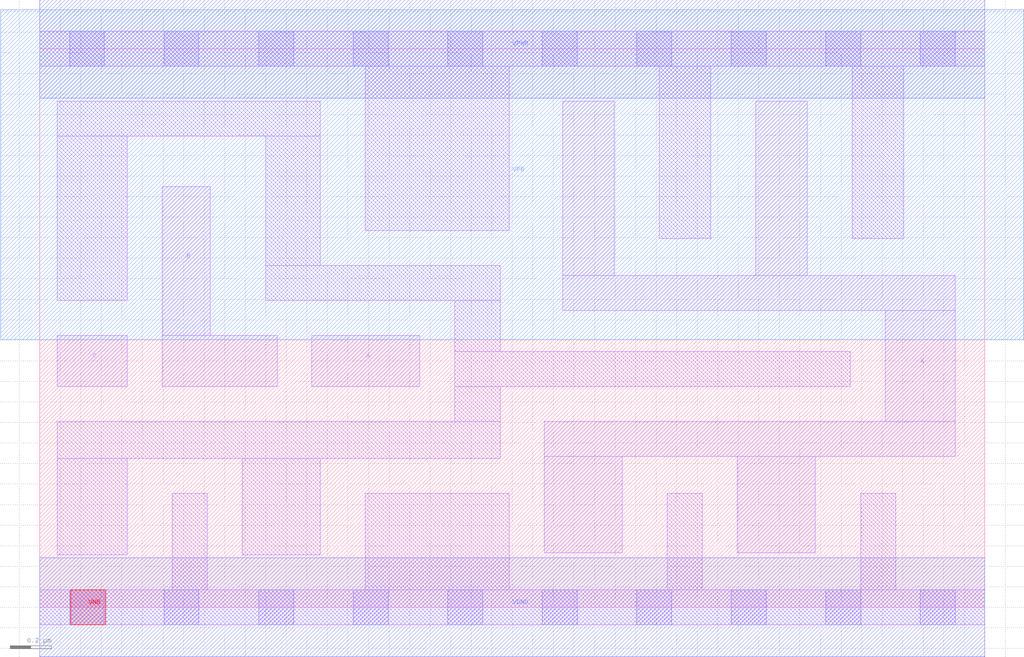
<source format=lef>
# Copyright 2020 The SkyWater PDK Authors
#
# Licensed under the Apache License, Version 2.0 (the "License");
# you may not use this file except in compliance with the License.
# You may obtain a copy of the License at
#
#     https://www.apache.org/licenses/LICENSE-2.0
#
# Unless required by applicable law or agreed to in writing, software
# distributed under the License is distributed on an "AS IS" BASIS,
# WITHOUT WARRANTIES OR CONDITIONS OF ANY KIND, either express or implied.
# See the License for the specific language governing permissions and
# limitations under the License.
#
# SPDX-License-Identifier: Apache-2.0

VERSION 5.7 ;
  NOWIREEXTENSIONATPIN ON ;
  DIVIDERCHAR "/" ;
  BUSBITCHARS "[]" ;
PROPERTYDEFINITIONS
  MACRO maskLayoutSubType STRING ;
  MACRO prCellType STRING ;
  MACRO originalViewName STRING ;
END PROPERTYDEFINITIONS
MACRO sky130_fd_sc_hdll__or3_4
  CLASS CORE ;
  FOREIGN sky130_fd_sc_hdll__or3_4 ;
  ORIGIN  0.000000  0.000000 ;
  SIZE  4.600000 BY  2.720000 ;
  SYMMETRY X Y R90 ;
  SITE unithd ;
  PIN A
    ANTENNAGATEAREA  0.277500 ;
    DIRECTION INPUT ;
    USE SIGNAL ;
    PORT
      LAYER li1 ;
        RECT 1.325000 1.075000 1.850000 1.325000 ;
    END
  END A
  PIN B
    ANTENNAGATEAREA  0.277500 ;
    DIRECTION INPUT ;
    USE SIGNAL ;
    PORT
      LAYER li1 ;
        RECT 0.595000 1.075000 1.155000 1.325000 ;
        RECT 0.595000 1.325000 0.830000 2.050000 ;
    END
  END B
  PIN C
    ANTENNAGATEAREA  0.277500 ;
    DIRECTION INPUT ;
    USE SIGNAL ;
    PORT
      LAYER li1 ;
        RECT 0.085000 1.075000 0.425000 1.325000 ;
    END
  END C
  PIN VGND
    ANTENNADIFFAREA  1.205750 ;
    DIRECTION INOUT ;
    USE SIGNAL ;
    PORT
      LAYER met1 ;
        RECT 0.000000 -0.240000 4.600000 0.240000 ;
    END
  END VGND
  PIN VNB
    PORT
      LAYER pwell ;
        RECT 0.150000 -0.085000 0.320000 0.085000 ;
    END
  END VNB
  PIN VPB
    PORT
      LAYER nwell ;
        RECT -0.190000 1.305000 4.790000 2.910000 ;
    END
  END VPB
  PIN VPWR
    ANTENNADIFFAREA  1.480000 ;
    DIRECTION INOUT ;
    USE SIGNAL ;
    PORT
      LAYER met1 ;
        RECT 0.000000 2.480000 4.600000 2.960000 ;
    END
  END VPWR
  PIN X
    ANTENNADIFFAREA  0.996000 ;
    DIRECTION OUTPUT ;
    USE SIGNAL ;
    PORT
      LAYER li1 ;
        RECT 2.455000 0.265000 2.835000 0.735000 ;
        RECT 2.455000 0.735000 4.455000 0.905000 ;
        RECT 2.545000 1.445000 4.455000 1.615000 ;
        RECT 2.545000 1.615000 2.795000 2.465000 ;
        RECT 3.395000 0.265000 3.775000 0.735000 ;
        RECT 3.485000 1.615000 3.735000 2.465000 ;
        RECT 4.115000 0.905000 4.455000 1.445000 ;
    END
  END X
  OBS
    LAYER li1 ;
      RECT 0.000000 -0.085000 4.600000 0.085000 ;
      RECT 0.000000  2.635000 4.600000 2.805000 ;
      RECT 0.085000  0.255000 0.425000 0.725000 ;
      RECT 0.085000  0.725000 2.240000 0.905000 ;
      RECT 0.085000  1.495000 0.425000 2.295000 ;
      RECT 0.085000  2.295000 1.365000 2.465000 ;
      RECT 0.645000  0.085000 0.815000 0.555000 ;
      RECT 0.985000  0.255000 1.365000 0.725000 ;
      RECT 1.100000  1.495000 2.240000 1.665000 ;
      RECT 1.100000  1.665000 1.365000 2.295000 ;
      RECT 1.585000  0.085000 2.285000 0.555000 ;
      RECT 1.585000  1.835000 2.285000 2.635000 ;
      RECT 2.020000  0.905000 2.240000 1.075000 ;
      RECT 2.020000  1.075000 3.945000 1.245000 ;
      RECT 2.020000  1.245000 2.240000 1.495000 ;
      RECT 3.015000  1.795000 3.265000 2.635000 ;
      RECT 3.055000  0.085000 3.225000 0.555000 ;
      RECT 3.955000  1.795000 4.205000 2.635000 ;
      RECT 3.995000  0.085000 4.165000 0.555000 ;
    LAYER mcon ;
      RECT 0.145000 -0.085000 0.315000 0.085000 ;
      RECT 0.145000  2.635000 0.315000 2.805000 ;
      RECT 0.605000 -0.085000 0.775000 0.085000 ;
      RECT 0.605000  2.635000 0.775000 2.805000 ;
      RECT 1.065000 -0.085000 1.235000 0.085000 ;
      RECT 1.065000  2.635000 1.235000 2.805000 ;
      RECT 1.525000 -0.085000 1.695000 0.085000 ;
      RECT 1.525000  2.635000 1.695000 2.805000 ;
      RECT 1.985000 -0.085000 2.155000 0.085000 ;
      RECT 1.985000  2.635000 2.155000 2.805000 ;
      RECT 2.445000 -0.085000 2.615000 0.085000 ;
      RECT 2.445000  2.635000 2.615000 2.805000 ;
      RECT 2.905000 -0.085000 3.075000 0.085000 ;
      RECT 2.905000  2.635000 3.075000 2.805000 ;
      RECT 3.365000 -0.085000 3.535000 0.085000 ;
      RECT 3.365000  2.635000 3.535000 2.805000 ;
      RECT 3.825000 -0.085000 3.995000 0.085000 ;
      RECT 3.825000  2.635000 3.995000 2.805000 ;
      RECT 4.285000 -0.085000 4.455000 0.085000 ;
      RECT 4.285000  2.635000 4.455000 2.805000 ;
  END
  PROPERTY maskLayoutSubType "abstract" ;
  PROPERTY prCellType "standard" ;
  PROPERTY originalViewName "layout" ;
END sky130_fd_sc_hdll__or3_4
END LIBRARY

</source>
